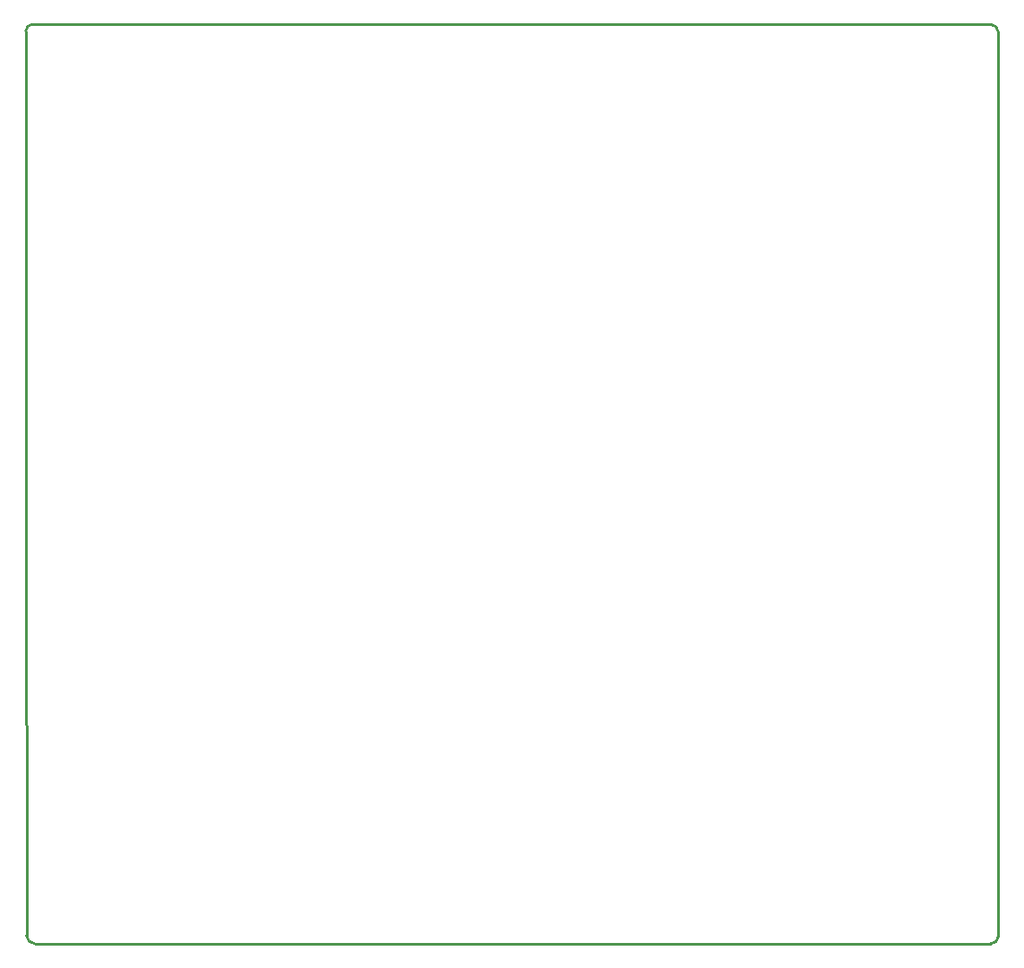
<source format=gko>
G04*
G04 #@! TF.GenerationSoftware,Altium Limited,Altium Designer,21.5.1 (32)*
G04*
G04 Layer_Color=16711935*
%FSAX24Y24*%
%MOIN*%
G70*
G04*
G04 #@! TF.SameCoordinates,E50B5674-5FFA-4352-8543-23BF37AEB5C9*
G04*
G04*
G04 #@! TF.FilePolarity,Positive*
G04*
G01*
G75*
%ADD11C,0.0100*%
D11*
X009001Y012324D02*
G03*
X009302Y012022I000302J000000D01*
G01*
X044922D02*
G03*
X045193Y012293I000000J000270D01*
G01*
X045193Y045978D02*
G03*
X044896Y046274I-000296J000000D01*
G01*
X009224D02*
G03*
X008972Y046022I000000J-000252D01*
G01*
X008972Y028100D02*
X009001Y012324D01*
X009302Y012022D02*
X044922D01*
X045193Y012293D02*
Y045978D01*
X009224Y046274D02*
X044896D01*
X008972Y028100D02*
X008972Y046022D01*
M02*

</source>
